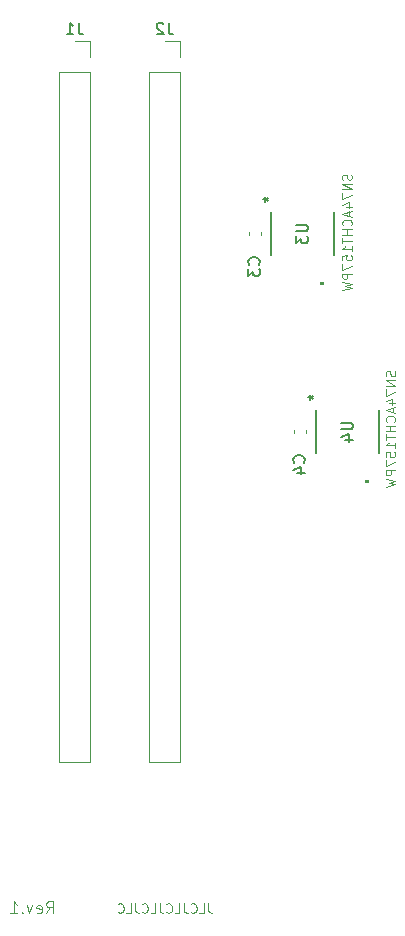
<source format=gbr>
%TF.GenerationSoftware,KiCad,Pcbnew,8.0.4+dfsg-1*%
%TF.CreationDate,2025-03-02T11:49:26+09:00*%
%TF.ProjectId,mezzanine,6d657a7a-616e-4696-9e65-2e6b69636164,2*%
%TF.SameCoordinates,Original*%
%TF.FileFunction,Legend,Bot*%
%TF.FilePolarity,Positive*%
%FSLAX46Y46*%
G04 Gerber Fmt 4.6, Leading zero omitted, Abs format (unit mm)*
G04 Created by KiCad (PCBNEW 8.0.4+dfsg-1) date 2025-03-02 11:49:26*
%MOMM*%
%LPD*%
G01*
G04 APERTURE LIST*
%ADD10C,0.100000*%
%ADD11C,0.150000*%
%ADD12C,0.120000*%
%ADD13C,0.152400*%
%ADD14C,0.000000*%
G04 APERTURE END LIST*
D10*
X98243800Y-64719808D02*
X98281895Y-64834094D01*
X98281895Y-64834094D02*
X98281895Y-65024570D01*
X98281895Y-65024570D02*
X98243800Y-65100761D01*
X98243800Y-65100761D02*
X98205704Y-65138856D01*
X98205704Y-65138856D02*
X98129514Y-65176951D01*
X98129514Y-65176951D02*
X98053323Y-65176951D01*
X98053323Y-65176951D02*
X97977133Y-65138856D01*
X97977133Y-65138856D02*
X97939038Y-65100761D01*
X97939038Y-65100761D02*
X97900942Y-65024570D01*
X97900942Y-65024570D02*
X97862847Y-64872189D01*
X97862847Y-64872189D02*
X97824752Y-64795999D01*
X97824752Y-64795999D02*
X97786657Y-64757904D01*
X97786657Y-64757904D02*
X97710466Y-64719808D01*
X97710466Y-64719808D02*
X97634276Y-64719808D01*
X97634276Y-64719808D02*
X97558085Y-64757904D01*
X97558085Y-64757904D02*
X97519990Y-64795999D01*
X97519990Y-64795999D02*
X97481895Y-64872189D01*
X97481895Y-64872189D02*
X97481895Y-65062666D01*
X97481895Y-65062666D02*
X97519990Y-65176951D01*
X98281895Y-65519809D02*
X97481895Y-65519809D01*
X97481895Y-65519809D02*
X98281895Y-65976952D01*
X98281895Y-65976952D02*
X97481895Y-65976952D01*
X97481895Y-66281713D02*
X97481895Y-66815047D01*
X97481895Y-66815047D02*
X98281895Y-66472189D01*
X97748561Y-67462666D02*
X98281895Y-67462666D01*
X97443800Y-67272190D02*
X98015228Y-67081713D01*
X98015228Y-67081713D02*
X98015228Y-67576952D01*
X98053323Y-67843618D02*
X98053323Y-68224571D01*
X98281895Y-67767428D02*
X97481895Y-68034095D01*
X97481895Y-68034095D02*
X98281895Y-68300761D01*
X98205704Y-69024571D02*
X98243800Y-68986475D01*
X98243800Y-68986475D02*
X98281895Y-68872190D01*
X98281895Y-68872190D02*
X98281895Y-68795999D01*
X98281895Y-68795999D02*
X98243800Y-68681713D01*
X98243800Y-68681713D02*
X98167609Y-68605523D01*
X98167609Y-68605523D02*
X98091419Y-68567428D01*
X98091419Y-68567428D02*
X97939038Y-68529332D01*
X97939038Y-68529332D02*
X97824752Y-68529332D01*
X97824752Y-68529332D02*
X97672371Y-68567428D01*
X97672371Y-68567428D02*
X97596180Y-68605523D01*
X97596180Y-68605523D02*
X97519990Y-68681713D01*
X97519990Y-68681713D02*
X97481895Y-68795999D01*
X97481895Y-68795999D02*
X97481895Y-68872190D01*
X97481895Y-68872190D02*
X97519990Y-68986475D01*
X97519990Y-68986475D02*
X97558085Y-69024571D01*
X98281895Y-69367428D02*
X97481895Y-69367428D01*
X97862847Y-69367428D02*
X97862847Y-69824571D01*
X98281895Y-69824571D02*
X97481895Y-69824571D01*
X97481895Y-70091237D02*
X97481895Y-70548380D01*
X98281895Y-70319808D02*
X97481895Y-70319808D01*
X98281895Y-71234094D02*
X98281895Y-70776951D01*
X98281895Y-71005523D02*
X97481895Y-71005523D01*
X97481895Y-71005523D02*
X97596180Y-70929332D01*
X97596180Y-70929332D02*
X97672371Y-70853142D01*
X97672371Y-70853142D02*
X97710466Y-70776951D01*
X97481895Y-71957904D02*
X97481895Y-71576952D01*
X97481895Y-71576952D02*
X97862847Y-71538856D01*
X97862847Y-71538856D02*
X97824752Y-71576952D01*
X97824752Y-71576952D02*
X97786657Y-71653142D01*
X97786657Y-71653142D02*
X97786657Y-71843618D01*
X97786657Y-71843618D02*
X97824752Y-71919809D01*
X97824752Y-71919809D02*
X97862847Y-71957904D01*
X97862847Y-71957904D02*
X97939038Y-71995999D01*
X97939038Y-71995999D02*
X98129514Y-71995999D01*
X98129514Y-71995999D02*
X98205704Y-71957904D01*
X98205704Y-71957904D02*
X98243800Y-71919809D01*
X98243800Y-71919809D02*
X98281895Y-71843618D01*
X98281895Y-71843618D02*
X98281895Y-71653142D01*
X98281895Y-71653142D02*
X98243800Y-71576952D01*
X98243800Y-71576952D02*
X98205704Y-71538856D01*
X97481895Y-72262666D02*
X97481895Y-72796000D01*
X97481895Y-72796000D02*
X98281895Y-72453142D01*
X98281895Y-73100762D02*
X97481895Y-73100762D01*
X97481895Y-73100762D02*
X97481895Y-73405524D01*
X97481895Y-73405524D02*
X97519990Y-73481714D01*
X97519990Y-73481714D02*
X97558085Y-73519809D01*
X97558085Y-73519809D02*
X97634276Y-73557905D01*
X97634276Y-73557905D02*
X97748561Y-73557905D01*
X97748561Y-73557905D02*
X97824752Y-73519809D01*
X97824752Y-73519809D02*
X97862847Y-73481714D01*
X97862847Y-73481714D02*
X97900942Y-73405524D01*
X97900942Y-73405524D02*
X97900942Y-73100762D01*
X97481895Y-73824571D02*
X98281895Y-74015047D01*
X98281895Y-74015047D02*
X97710466Y-74167428D01*
X97710466Y-74167428D02*
X98281895Y-74319809D01*
X98281895Y-74319809D02*
X97481895Y-74510286D01*
X82435238Y-109800895D02*
X82435238Y-110372323D01*
X82435238Y-110372323D02*
X82473333Y-110486609D01*
X82473333Y-110486609D02*
X82549524Y-110562800D01*
X82549524Y-110562800D02*
X82663809Y-110600895D01*
X82663809Y-110600895D02*
X82740000Y-110600895D01*
X81673333Y-110600895D02*
X82054285Y-110600895D01*
X82054285Y-110600895D02*
X82054285Y-109800895D01*
X80949523Y-110524704D02*
X80987619Y-110562800D01*
X80987619Y-110562800D02*
X81101904Y-110600895D01*
X81101904Y-110600895D02*
X81178095Y-110600895D01*
X81178095Y-110600895D02*
X81292381Y-110562800D01*
X81292381Y-110562800D02*
X81368571Y-110486609D01*
X81368571Y-110486609D02*
X81406666Y-110410419D01*
X81406666Y-110410419D02*
X81444762Y-110258038D01*
X81444762Y-110258038D02*
X81444762Y-110143752D01*
X81444762Y-110143752D02*
X81406666Y-109991371D01*
X81406666Y-109991371D02*
X81368571Y-109915180D01*
X81368571Y-109915180D02*
X81292381Y-109838990D01*
X81292381Y-109838990D02*
X81178095Y-109800895D01*
X81178095Y-109800895D02*
X81101904Y-109800895D01*
X81101904Y-109800895D02*
X80987619Y-109838990D01*
X80987619Y-109838990D02*
X80949523Y-109877085D01*
X80378095Y-109800895D02*
X80378095Y-110372323D01*
X80378095Y-110372323D02*
X80416190Y-110486609D01*
X80416190Y-110486609D02*
X80492381Y-110562800D01*
X80492381Y-110562800D02*
X80606666Y-110600895D01*
X80606666Y-110600895D02*
X80682857Y-110600895D01*
X79616190Y-110600895D02*
X79997142Y-110600895D01*
X79997142Y-110600895D02*
X79997142Y-109800895D01*
X78892380Y-110524704D02*
X78930476Y-110562800D01*
X78930476Y-110562800D02*
X79044761Y-110600895D01*
X79044761Y-110600895D02*
X79120952Y-110600895D01*
X79120952Y-110600895D02*
X79235238Y-110562800D01*
X79235238Y-110562800D02*
X79311428Y-110486609D01*
X79311428Y-110486609D02*
X79349523Y-110410419D01*
X79349523Y-110410419D02*
X79387619Y-110258038D01*
X79387619Y-110258038D02*
X79387619Y-110143752D01*
X79387619Y-110143752D02*
X79349523Y-109991371D01*
X79349523Y-109991371D02*
X79311428Y-109915180D01*
X79311428Y-109915180D02*
X79235238Y-109838990D01*
X79235238Y-109838990D02*
X79120952Y-109800895D01*
X79120952Y-109800895D02*
X79044761Y-109800895D01*
X79044761Y-109800895D02*
X78930476Y-109838990D01*
X78930476Y-109838990D02*
X78892380Y-109877085D01*
X78320952Y-109800895D02*
X78320952Y-110372323D01*
X78320952Y-110372323D02*
X78359047Y-110486609D01*
X78359047Y-110486609D02*
X78435238Y-110562800D01*
X78435238Y-110562800D02*
X78549523Y-110600895D01*
X78549523Y-110600895D02*
X78625714Y-110600895D01*
X77559047Y-110600895D02*
X77939999Y-110600895D01*
X77939999Y-110600895D02*
X77939999Y-109800895D01*
X76835237Y-110524704D02*
X76873333Y-110562800D01*
X76873333Y-110562800D02*
X76987618Y-110600895D01*
X76987618Y-110600895D02*
X77063809Y-110600895D01*
X77063809Y-110600895D02*
X77178095Y-110562800D01*
X77178095Y-110562800D02*
X77254285Y-110486609D01*
X77254285Y-110486609D02*
X77292380Y-110410419D01*
X77292380Y-110410419D02*
X77330476Y-110258038D01*
X77330476Y-110258038D02*
X77330476Y-110143752D01*
X77330476Y-110143752D02*
X77292380Y-109991371D01*
X77292380Y-109991371D02*
X77254285Y-109915180D01*
X77254285Y-109915180D02*
X77178095Y-109838990D01*
X77178095Y-109838990D02*
X77063809Y-109800895D01*
X77063809Y-109800895D02*
X76987618Y-109800895D01*
X76987618Y-109800895D02*
X76873333Y-109838990D01*
X76873333Y-109838990D02*
X76835237Y-109877085D01*
X76263809Y-109800895D02*
X76263809Y-110372323D01*
X76263809Y-110372323D02*
X76301904Y-110486609D01*
X76301904Y-110486609D02*
X76378095Y-110562800D01*
X76378095Y-110562800D02*
X76492380Y-110600895D01*
X76492380Y-110600895D02*
X76568571Y-110600895D01*
X75501904Y-110600895D02*
X75882856Y-110600895D01*
X75882856Y-110600895D02*
X75882856Y-109800895D01*
X74778094Y-110524704D02*
X74816190Y-110562800D01*
X74816190Y-110562800D02*
X74930475Y-110600895D01*
X74930475Y-110600895D02*
X75006666Y-110600895D01*
X75006666Y-110600895D02*
X75120952Y-110562800D01*
X75120952Y-110562800D02*
X75197142Y-110486609D01*
X75197142Y-110486609D02*
X75235237Y-110410419D01*
X75235237Y-110410419D02*
X75273333Y-110258038D01*
X75273333Y-110258038D02*
X75273333Y-110143752D01*
X75273333Y-110143752D02*
X75235237Y-109991371D01*
X75235237Y-109991371D02*
X75197142Y-109915180D01*
X75197142Y-109915180D02*
X75120952Y-109838990D01*
X75120952Y-109838990D02*
X75006666Y-109800895D01*
X75006666Y-109800895D02*
X74930475Y-109800895D01*
X74930475Y-109800895D02*
X74816190Y-109838990D01*
X74816190Y-109838990D02*
X74778094Y-109877085D01*
X68720687Y-110616419D02*
X69054020Y-110140228D01*
X69292115Y-110616419D02*
X69292115Y-109616419D01*
X69292115Y-109616419D02*
X68911163Y-109616419D01*
X68911163Y-109616419D02*
X68815925Y-109664038D01*
X68815925Y-109664038D02*
X68768306Y-109711657D01*
X68768306Y-109711657D02*
X68720687Y-109806895D01*
X68720687Y-109806895D02*
X68720687Y-109949752D01*
X68720687Y-109949752D02*
X68768306Y-110044990D01*
X68768306Y-110044990D02*
X68815925Y-110092609D01*
X68815925Y-110092609D02*
X68911163Y-110140228D01*
X68911163Y-110140228D02*
X69292115Y-110140228D01*
X67911163Y-110568800D02*
X68006401Y-110616419D01*
X68006401Y-110616419D02*
X68196877Y-110616419D01*
X68196877Y-110616419D02*
X68292115Y-110568800D01*
X68292115Y-110568800D02*
X68339734Y-110473561D01*
X68339734Y-110473561D02*
X68339734Y-110092609D01*
X68339734Y-110092609D02*
X68292115Y-109997371D01*
X68292115Y-109997371D02*
X68196877Y-109949752D01*
X68196877Y-109949752D02*
X68006401Y-109949752D01*
X68006401Y-109949752D02*
X67911163Y-109997371D01*
X67911163Y-109997371D02*
X67863544Y-110092609D01*
X67863544Y-110092609D02*
X67863544Y-110187847D01*
X67863544Y-110187847D02*
X68339734Y-110283085D01*
X67530210Y-109949752D02*
X67292115Y-110616419D01*
X67292115Y-110616419D02*
X67054020Y-109949752D01*
X66673067Y-110521180D02*
X66625448Y-110568800D01*
X66625448Y-110568800D02*
X66673067Y-110616419D01*
X66673067Y-110616419D02*
X66720686Y-110568800D01*
X66720686Y-110568800D02*
X66673067Y-110521180D01*
X66673067Y-110521180D02*
X66673067Y-110616419D01*
X65673068Y-110616419D02*
X66244496Y-110616419D01*
X65958782Y-110616419D02*
X65958782Y-109616419D01*
X65958782Y-109616419D02*
X66054020Y-109759276D01*
X66054020Y-109759276D02*
X66149258Y-109854514D01*
X66149258Y-109854514D02*
X66244496Y-109902133D01*
X94560800Y-48082808D02*
X94598895Y-48197094D01*
X94598895Y-48197094D02*
X94598895Y-48387570D01*
X94598895Y-48387570D02*
X94560800Y-48463761D01*
X94560800Y-48463761D02*
X94522704Y-48501856D01*
X94522704Y-48501856D02*
X94446514Y-48539951D01*
X94446514Y-48539951D02*
X94370323Y-48539951D01*
X94370323Y-48539951D02*
X94294133Y-48501856D01*
X94294133Y-48501856D02*
X94256038Y-48463761D01*
X94256038Y-48463761D02*
X94217942Y-48387570D01*
X94217942Y-48387570D02*
X94179847Y-48235189D01*
X94179847Y-48235189D02*
X94141752Y-48158999D01*
X94141752Y-48158999D02*
X94103657Y-48120904D01*
X94103657Y-48120904D02*
X94027466Y-48082808D01*
X94027466Y-48082808D02*
X93951276Y-48082808D01*
X93951276Y-48082808D02*
X93875085Y-48120904D01*
X93875085Y-48120904D02*
X93836990Y-48158999D01*
X93836990Y-48158999D02*
X93798895Y-48235189D01*
X93798895Y-48235189D02*
X93798895Y-48425666D01*
X93798895Y-48425666D02*
X93836990Y-48539951D01*
X94598895Y-48882809D02*
X93798895Y-48882809D01*
X93798895Y-48882809D02*
X94598895Y-49339952D01*
X94598895Y-49339952D02*
X93798895Y-49339952D01*
X93798895Y-49644713D02*
X93798895Y-50178047D01*
X93798895Y-50178047D02*
X94598895Y-49835189D01*
X94065561Y-50825666D02*
X94598895Y-50825666D01*
X93760800Y-50635190D02*
X94332228Y-50444713D01*
X94332228Y-50444713D02*
X94332228Y-50939952D01*
X94370323Y-51206618D02*
X94370323Y-51587571D01*
X94598895Y-51130428D02*
X93798895Y-51397095D01*
X93798895Y-51397095D02*
X94598895Y-51663761D01*
X94522704Y-52387571D02*
X94560800Y-52349475D01*
X94560800Y-52349475D02*
X94598895Y-52235190D01*
X94598895Y-52235190D02*
X94598895Y-52158999D01*
X94598895Y-52158999D02*
X94560800Y-52044713D01*
X94560800Y-52044713D02*
X94484609Y-51968523D01*
X94484609Y-51968523D02*
X94408419Y-51930428D01*
X94408419Y-51930428D02*
X94256038Y-51892332D01*
X94256038Y-51892332D02*
X94141752Y-51892332D01*
X94141752Y-51892332D02*
X93989371Y-51930428D01*
X93989371Y-51930428D02*
X93913180Y-51968523D01*
X93913180Y-51968523D02*
X93836990Y-52044713D01*
X93836990Y-52044713D02*
X93798895Y-52158999D01*
X93798895Y-52158999D02*
X93798895Y-52235190D01*
X93798895Y-52235190D02*
X93836990Y-52349475D01*
X93836990Y-52349475D02*
X93875085Y-52387571D01*
X94598895Y-52730428D02*
X93798895Y-52730428D01*
X94179847Y-52730428D02*
X94179847Y-53187571D01*
X94598895Y-53187571D02*
X93798895Y-53187571D01*
X93798895Y-53454237D02*
X93798895Y-53911380D01*
X94598895Y-53682808D02*
X93798895Y-53682808D01*
X94598895Y-54597094D02*
X94598895Y-54139951D01*
X94598895Y-54368523D02*
X93798895Y-54368523D01*
X93798895Y-54368523D02*
X93913180Y-54292332D01*
X93913180Y-54292332D02*
X93989371Y-54216142D01*
X93989371Y-54216142D02*
X94027466Y-54139951D01*
X93798895Y-55320904D02*
X93798895Y-54939952D01*
X93798895Y-54939952D02*
X94179847Y-54901856D01*
X94179847Y-54901856D02*
X94141752Y-54939952D01*
X94141752Y-54939952D02*
X94103657Y-55016142D01*
X94103657Y-55016142D02*
X94103657Y-55206618D01*
X94103657Y-55206618D02*
X94141752Y-55282809D01*
X94141752Y-55282809D02*
X94179847Y-55320904D01*
X94179847Y-55320904D02*
X94256038Y-55358999D01*
X94256038Y-55358999D02*
X94446514Y-55358999D01*
X94446514Y-55358999D02*
X94522704Y-55320904D01*
X94522704Y-55320904D02*
X94560800Y-55282809D01*
X94560800Y-55282809D02*
X94598895Y-55206618D01*
X94598895Y-55206618D02*
X94598895Y-55016142D01*
X94598895Y-55016142D02*
X94560800Y-54939952D01*
X94560800Y-54939952D02*
X94522704Y-54901856D01*
X93798895Y-55625666D02*
X93798895Y-56159000D01*
X93798895Y-56159000D02*
X94598895Y-55816142D01*
X94598895Y-56463762D02*
X93798895Y-56463762D01*
X93798895Y-56463762D02*
X93798895Y-56768524D01*
X93798895Y-56768524D02*
X93836990Y-56844714D01*
X93836990Y-56844714D02*
X93875085Y-56882809D01*
X93875085Y-56882809D02*
X93951276Y-56920905D01*
X93951276Y-56920905D02*
X94065561Y-56920905D01*
X94065561Y-56920905D02*
X94141752Y-56882809D01*
X94141752Y-56882809D02*
X94179847Y-56844714D01*
X94179847Y-56844714D02*
X94217942Y-56768524D01*
X94217942Y-56768524D02*
X94217942Y-56463762D01*
X93798895Y-57187571D02*
X94598895Y-57378047D01*
X94598895Y-57378047D02*
X94027466Y-57530428D01*
X94027466Y-57530428D02*
X94598895Y-57682809D01*
X94598895Y-57682809D02*
X93798895Y-57873286D01*
D11*
X79073333Y-35224819D02*
X79073333Y-35939104D01*
X79073333Y-35939104D02*
X79120952Y-36081961D01*
X79120952Y-36081961D02*
X79216190Y-36177200D01*
X79216190Y-36177200D02*
X79359047Y-36224819D01*
X79359047Y-36224819D02*
X79454285Y-36224819D01*
X78644761Y-35320057D02*
X78597142Y-35272438D01*
X78597142Y-35272438D02*
X78501904Y-35224819D01*
X78501904Y-35224819D02*
X78263809Y-35224819D01*
X78263809Y-35224819D02*
X78168571Y-35272438D01*
X78168571Y-35272438D02*
X78120952Y-35320057D01*
X78120952Y-35320057D02*
X78073333Y-35415295D01*
X78073333Y-35415295D02*
X78073333Y-35510533D01*
X78073333Y-35510533D02*
X78120952Y-35653390D01*
X78120952Y-35653390D02*
X78692380Y-36224819D01*
X78692380Y-36224819D02*
X78073333Y-36224819D01*
X71453333Y-35224819D02*
X71453333Y-35939104D01*
X71453333Y-35939104D02*
X71500952Y-36081961D01*
X71500952Y-36081961D02*
X71596190Y-36177200D01*
X71596190Y-36177200D02*
X71739047Y-36224819D01*
X71739047Y-36224819D02*
X71834285Y-36224819D01*
X70453333Y-36224819D02*
X71024761Y-36224819D01*
X70739047Y-36224819D02*
X70739047Y-35224819D01*
X70739047Y-35224819D02*
X70834285Y-35367676D01*
X70834285Y-35367676D02*
X70929523Y-35462914D01*
X70929523Y-35462914D02*
X71024761Y-35510533D01*
X93688819Y-69088095D02*
X94498342Y-69088095D01*
X94498342Y-69088095D02*
X94593580Y-69135714D01*
X94593580Y-69135714D02*
X94641200Y-69183333D01*
X94641200Y-69183333D02*
X94688819Y-69278571D01*
X94688819Y-69278571D02*
X94688819Y-69469047D01*
X94688819Y-69469047D02*
X94641200Y-69564285D01*
X94641200Y-69564285D02*
X94593580Y-69611904D01*
X94593580Y-69611904D02*
X94498342Y-69659523D01*
X94498342Y-69659523D02*
X93688819Y-69659523D01*
X94022152Y-70564285D02*
X94688819Y-70564285D01*
X93641200Y-70326190D02*
X94355485Y-70088095D01*
X94355485Y-70088095D02*
X94355485Y-70707142D01*
X90888819Y-66950000D02*
X91126914Y-66950000D01*
X91031676Y-66711905D02*
X91126914Y-66950000D01*
X91126914Y-66950000D02*
X91031676Y-67188095D01*
X91317390Y-66807143D02*
X91126914Y-66950000D01*
X91126914Y-66950000D02*
X91317390Y-67092857D01*
X89878819Y-52324095D02*
X90688342Y-52324095D01*
X90688342Y-52324095D02*
X90783580Y-52371714D01*
X90783580Y-52371714D02*
X90831200Y-52419333D01*
X90831200Y-52419333D02*
X90878819Y-52514571D01*
X90878819Y-52514571D02*
X90878819Y-52705047D01*
X90878819Y-52705047D02*
X90831200Y-52800285D01*
X90831200Y-52800285D02*
X90783580Y-52847904D01*
X90783580Y-52847904D02*
X90688342Y-52895523D01*
X90688342Y-52895523D02*
X89878819Y-52895523D01*
X89878819Y-53276476D02*
X89878819Y-53895523D01*
X89878819Y-53895523D02*
X90259771Y-53562190D01*
X90259771Y-53562190D02*
X90259771Y-53705047D01*
X90259771Y-53705047D02*
X90307390Y-53800285D01*
X90307390Y-53800285D02*
X90355009Y-53847904D01*
X90355009Y-53847904D02*
X90450247Y-53895523D01*
X90450247Y-53895523D02*
X90688342Y-53895523D01*
X90688342Y-53895523D02*
X90783580Y-53847904D01*
X90783580Y-53847904D02*
X90831200Y-53800285D01*
X90831200Y-53800285D02*
X90878819Y-53705047D01*
X90878819Y-53705047D02*
X90878819Y-53419333D01*
X90878819Y-53419333D02*
X90831200Y-53324095D01*
X90831200Y-53324095D02*
X90783580Y-53276476D01*
X87078819Y-50186000D02*
X87316914Y-50186000D01*
X87221676Y-49947905D02*
X87316914Y-50186000D01*
X87316914Y-50186000D02*
X87221676Y-50424095D01*
X87507390Y-50043143D02*
X87316914Y-50186000D01*
X87316914Y-50186000D02*
X87507390Y-50328857D01*
X90529580Y-72477333D02*
X90577200Y-72429714D01*
X90577200Y-72429714D02*
X90624819Y-72286857D01*
X90624819Y-72286857D02*
X90624819Y-72191619D01*
X90624819Y-72191619D02*
X90577200Y-72048762D01*
X90577200Y-72048762D02*
X90481961Y-71953524D01*
X90481961Y-71953524D02*
X90386723Y-71905905D01*
X90386723Y-71905905D02*
X90196247Y-71858286D01*
X90196247Y-71858286D02*
X90053390Y-71858286D01*
X90053390Y-71858286D02*
X89862914Y-71905905D01*
X89862914Y-71905905D02*
X89767676Y-71953524D01*
X89767676Y-71953524D02*
X89672438Y-72048762D01*
X89672438Y-72048762D02*
X89624819Y-72191619D01*
X89624819Y-72191619D02*
X89624819Y-72286857D01*
X89624819Y-72286857D02*
X89672438Y-72429714D01*
X89672438Y-72429714D02*
X89720057Y-72477333D01*
X89958152Y-73334476D02*
X90624819Y-73334476D01*
X89577200Y-73096381D02*
X90291485Y-72858286D01*
X90291485Y-72858286D02*
X90291485Y-73477333D01*
X86719580Y-55713333D02*
X86767200Y-55665714D01*
X86767200Y-55665714D02*
X86814819Y-55522857D01*
X86814819Y-55522857D02*
X86814819Y-55427619D01*
X86814819Y-55427619D02*
X86767200Y-55284762D01*
X86767200Y-55284762D02*
X86671961Y-55189524D01*
X86671961Y-55189524D02*
X86576723Y-55141905D01*
X86576723Y-55141905D02*
X86386247Y-55094286D01*
X86386247Y-55094286D02*
X86243390Y-55094286D01*
X86243390Y-55094286D02*
X86052914Y-55141905D01*
X86052914Y-55141905D02*
X85957676Y-55189524D01*
X85957676Y-55189524D02*
X85862438Y-55284762D01*
X85862438Y-55284762D02*
X85814819Y-55427619D01*
X85814819Y-55427619D02*
X85814819Y-55522857D01*
X85814819Y-55522857D02*
X85862438Y-55665714D01*
X85862438Y-55665714D02*
X85910057Y-55713333D01*
X85814819Y-56046667D02*
X85814819Y-56665714D01*
X85814819Y-56665714D02*
X86195771Y-56332381D01*
X86195771Y-56332381D02*
X86195771Y-56475238D01*
X86195771Y-56475238D02*
X86243390Y-56570476D01*
X86243390Y-56570476D02*
X86291009Y-56618095D01*
X86291009Y-56618095D02*
X86386247Y-56665714D01*
X86386247Y-56665714D02*
X86624342Y-56665714D01*
X86624342Y-56665714D02*
X86719580Y-56618095D01*
X86719580Y-56618095D02*
X86767200Y-56570476D01*
X86767200Y-56570476D02*
X86814819Y-56475238D01*
X86814819Y-56475238D02*
X86814819Y-56189524D01*
X86814819Y-56189524D02*
X86767200Y-56094286D01*
X86767200Y-56094286D02*
X86719580Y-56046667D01*
D12*
%TO.C,J2*%
X78740000Y-36770000D02*
X80070000Y-36770000D01*
X80070000Y-36770000D02*
X80070000Y-38100000D01*
X80070000Y-97850000D02*
X80070000Y-39370000D01*
X77410000Y-39370000D02*
X80070000Y-39370000D01*
X77410000Y-97850000D02*
X80070000Y-97850000D01*
X77410000Y-97850000D02*
X77410000Y-39370000D01*
%TO.C,J1*%
X71120000Y-36770000D02*
X72450000Y-36770000D01*
X72450000Y-36770000D02*
X72450000Y-38100000D01*
X72450000Y-97850000D02*
X72450000Y-39370000D01*
X69790000Y-39370000D02*
X72450000Y-39370000D01*
X69790000Y-97850000D02*
X72450000Y-97850000D01*
X69790000Y-97850000D02*
X69790000Y-39370000D01*
D13*
%TO.C,U4*%
X91554300Y-68010576D02*
X91554300Y-71689424D01*
X96913700Y-71689424D02*
X96913700Y-68010576D01*
D14*
G36*
X96049501Y-74218800D02*
G01*
X95668501Y-74218800D01*
X95668501Y-73964800D01*
X96049501Y-73964800D01*
X96049501Y-74218800D01*
G37*
D13*
%TO.C,U3*%
X87744300Y-51246576D02*
X87744300Y-54925424D01*
X93103700Y-54925424D02*
X93103700Y-51246576D01*
D14*
G36*
X92239501Y-57454800D02*
G01*
X91858501Y-57454800D01*
X91858501Y-57200800D01*
X92239501Y-57200800D01*
X92239501Y-57454800D01*
G37*
D12*
%TO.C,C4*%
X89660000Y-69703733D02*
X89660000Y-69996267D01*
X90680000Y-69703733D02*
X90680000Y-69996267D01*
%TO.C,C3*%
X85850000Y-52939733D02*
X85850000Y-53232267D01*
X86870000Y-52939733D02*
X86870000Y-53232267D01*
%TD*%
M02*

</source>
